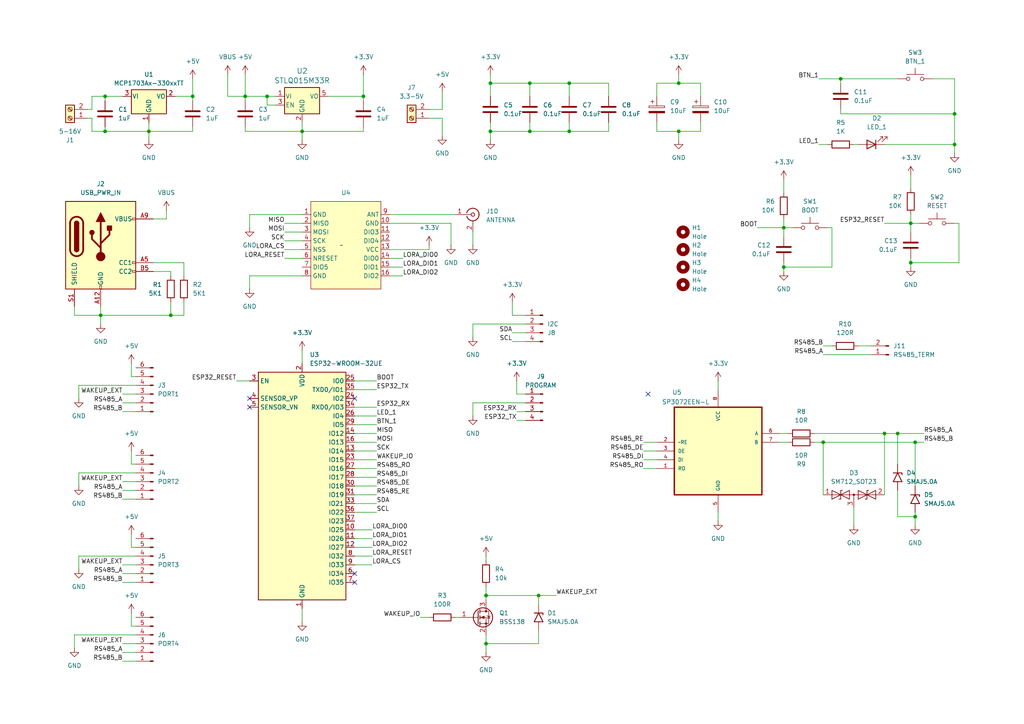
<source format=kicad_sch>
(kicad_sch (version 20250114) (generator "eeschema") (generator_version "9.0")
  (paper "A4")
  (title_block (title "Weather Station Controller Board") (date "2024-09-01") (rev "2.0.0") (company "Artichoke Technologies"))
  (junction (at 243.84 22.86))
  (junction (at 265.43 149.86))
  (junction (at 140.97 186.69))
  (junction (at 71.12 27.94))
  (junction (at 264.16 64.77))
  (junction (at 55.88 27.94))
  (junction (at 140.97 172.72))
  (junction (at 43.18 38.1))
  (junction (at 196.85 24.13))
  (junction (at 260.35 125.73))
  (junction (at 30.48 38.1))
  (junction (at 153.67 38.1))
  (junction (at 238.76 128.27))
  (junction (at 156.21 172.72))
  (junction (at 265.43 128.27))
  (junction (at 30.48 27.94))
  (junction (at 227.33 77.47))
  (junction (at 264.16 76.2))
  (junction (at 142.24 24.13))
  (junction (at 165.1 24.13))
  (junction (at 276.86 33.02))
  (junction (at 165.1 38.1))
  (junction (at 276.86 41.91))
  (junction (at 77.47 27.94))
  (junction (at 49.53 91.44))
  (junction (at 227.33 66.04))
  (junction (at 196.85 38.1))
  (junction (at 256.54 125.73))
  (junction (at 29.21 91.44))
  (junction (at 153.67 24.13))
  (junction (at 87.63 38.1))
  (junction (at 142.24 38.1))
  (junction (at 105.41 27.94))
  (no_connect (at 102.87 115.57))
  (no_connect (at 72.39 115.57))
  (no_connect (at 72.39 118.11))
  (no_connect (at 102.87 166.37))
  (no_connect (at 102.87 168.91))
  (no_connect (at 187.96 114.3))
  (wire (pts (xy 82.55 64.77) (xy 87.63 64.77)))
  (wire (pts (xy 156.21 182.88) (xy 156.21 186.69)))
  (wire (pts (xy 128.27 26.67) (xy 128.27 31.75)))
  (wire (pts (xy 165.1 24.13) (xy 176.53 24.13)))
  (wire (pts (xy 66.04 27.94) (xy 71.12 27.94)))
  (wire (pts (xy 35.56 114.3) (xy 39.37 114.3)))
  (wire (pts (xy 140.97 184.15) (xy 140.97 186.69)))
  (wire (pts (xy 49.53 78.74) (xy 49.53 80.01)))
  (wire (pts (xy 243.84 31.75) (xy 243.84 33.02)))
  (wire (pts (xy 38.1 177.8) (xy 38.1 181.61)))
  (wire (pts (xy 203.2 38.1) (xy 196.85 38.1)))
  (wire (pts (xy 102.87 110.49) (xy 109.22 110.49)))
  (wire (pts (xy 95.25 27.94) (xy 105.41 27.94)))
  (wire (pts (xy 140.97 172.72) (xy 156.21 172.72)))
  (wire (pts (xy 22.86 111.76) (xy 22.86 115.57)))
  (wire (pts (xy 105.41 27.94) (xy 105.41 29.21)))
  (wire (pts (xy 26.67 27.94) (xy 30.48 27.94)))
  (wire (pts (xy 137.16 116.84) (xy 137.16 120.65)))
  (wire (pts (xy 256.54 41.91) (xy 276.86 41.91)))
  (wire (pts (xy 165.1 24.13) (xy 165.1 27.94)))
  (wire (pts (xy 266.7 64.77) (xy 264.16 64.77)))
  (wire (pts (xy 264.16 64.77) (xy 264.16 67.31)))
  (wire (pts (xy 113.03 74.93) (xy 116.84 74.93)))
  (wire (pts (xy 256.54 125.73) (xy 256.54 143.51)))
  (wire (pts (xy 156.21 186.69) (xy 140.97 186.69)))
  (wire (pts (xy 22.86 137.16) (xy 22.86 140.97)))
  (wire (pts (xy 176.53 24.13) (xy 176.53 27.94)))
  (wire (pts (xy 260.35 125.73) (xy 267.97 125.73)))
  (wire (pts (xy 130.81 64.77) (xy 130.81 71.12)))
  (wire (pts (xy 77.47 30.48) (xy 77.47 27.94)))
  (wire (pts (xy 113.03 62.23) (xy 132.08 62.23)))
  (wire (pts (xy 30.48 27.94) (xy 35.56 27.94)))
  (wire (pts (xy 276.86 64.77) (xy 278.13 64.77)))
  (wire (pts (xy 124.46 71.12) (xy 124.46 72.39)))
  (wire (pts (xy 113.03 64.77) (xy 130.81 64.77)))
  (wire (pts (xy 113.03 72.39) (xy 124.46 72.39)))
  (wire (pts (xy 238.76 100.33) (xy 241.3 100.33)))
  (wire (pts (xy 82.55 69.85) (xy 87.63 69.85)))
  (wire (pts (xy 248.92 100.33) (xy 252.73 100.33)))
  (wire (pts (xy 35.56 191.77) (xy 39.37 191.77)))
  (wire (pts (xy 153.67 35.56) (xy 153.67 38.1)))
  (wire (pts (xy 44.45 63.5) (xy 48.26 63.5)))
  (wire (pts (xy 264.16 76.2) (xy 264.16 77.47)))
  (wire (pts (xy 140.97 172.72) (xy 140.97 173.99)))
  (wire (pts (xy 55.88 22.86) (xy 55.88 27.94)))
  (wire (pts (xy 39.37 111.76) (xy 22.86 111.76)))
  (wire (pts (xy 102.87 138.43) (xy 109.22 138.43)))
  (wire (pts (xy 132.08 179.07) (xy 133.35 179.07)))
  (wire (pts (xy 102.87 161.29) (xy 107.95 161.29)))
  (wire (pts (xy 186.69 133.35) (xy 190.5 133.35)))
  (wire (pts (xy 238.76 128.27) (xy 238.76 143.51)))
  (wire (pts (xy 71.12 36.83) (xy 71.12 38.1)))
  (wire (pts (xy 137.16 67.31) (xy 137.16 71.12)))
  (wire (pts (xy 226.06 125.73) (xy 228.6 125.73)))
  (wire (pts (xy 196.85 24.13) (xy 203.2 24.13)))
  (wire (pts (xy 87.63 62.23) (xy 72.39 62.23)))
  (wire (pts (xy 38.1 154.94) (xy 38.1 158.75)))
  (wire (pts (xy 30.48 38.1) (xy 43.18 38.1)))
  (wire (pts (xy 44.45 76.2) (xy 53.34 76.2)))
  (wire (pts (xy 276.86 33.02) (xy 276.86 41.91)))
  (wire (pts (xy 102.87 118.11) (xy 109.22 118.11)))
  (wire (pts (xy 29.21 91.44) (xy 29.21 93.98)))
  (wire (pts (xy 278.13 76.2) (xy 264.16 76.2)))
  (wire (pts (xy 186.69 135.89) (xy 190.5 135.89)))
  (wire (pts (xy 35.56 142.24) (xy 39.37 142.24)))
  (wire (pts (xy 142.24 38.1) (xy 142.24 40.64)))
  (wire (pts (xy 87.63 35.56) (xy 87.63 38.1)))
  (wire (pts (xy 276.86 22.86) (xy 276.86 33.02)))
  (wire (pts (xy 26.67 34.29) (xy 26.67 38.1)))
  (wire (pts (xy 226.06 128.27) (xy 228.6 128.27)))
  (wire (pts (xy 152.4 116.84) (xy 137.16 116.84)))
  (wire (pts (xy 227.33 66.04) (xy 227.33 68.58)))
  (wire (pts (xy 102.87 146.05) (xy 109.22 146.05)))
  (wire (pts (xy 113.03 77.47) (xy 116.84 77.47)))
  (wire (pts (xy 142.24 24.13) (xy 153.67 24.13)))
  (wire (pts (xy 237.49 41.91) (xy 240.03 41.91)))
  (wire (pts (xy 35.56 116.84) (xy 39.37 116.84)))
  (wire (pts (xy 30.48 27.94) (xy 30.48 29.21)))
  (wire (pts (xy 22.86 161.29) (xy 22.86 165.1)))
  (wire (pts (xy 49.53 91.44) (xy 53.34 91.44)))
  (wire (pts (xy 102.87 120.65) (xy 109.22 120.65)))
  (wire (pts (xy 264.16 64.77) (xy 256.54 64.77)))
  (wire (pts (xy 142.24 38.1) (xy 153.67 38.1)))
  (wire (pts (xy 49.53 87.63) (xy 49.53 91.44)))
  (wire (pts (xy 72.39 80.01) (xy 72.39 83.82)))
  (wire (pts (xy 186.69 130.81) (xy 190.5 130.81)))
  (wire (pts (xy 190.5 38.1) (xy 190.5 35.56)))
  (wire (pts (xy 87.63 101.6) (xy 87.63 105.41)))
  (wire (pts (xy 142.24 27.94) (xy 142.24 24.13)))
  (wire (pts (xy 35.56 119.38) (xy 39.37 119.38)))
  (wire (pts (xy 243.84 22.86) (xy 260.35 22.86)))
  (wire (pts (xy 260.35 149.86) (xy 265.43 149.86)))
  (wire (pts (xy 196.85 38.1) (xy 196.85 40.64)))
  (wire (pts (xy 241.3 77.47) (xy 227.33 77.47)))
  (wire (pts (xy 264.16 74.93) (xy 264.16 76.2)))
  (wire (pts (xy 53.34 76.2) (xy 53.34 80.01)))
  (wire (pts (xy 102.87 123.19) (xy 109.22 123.19)))
  (wire (pts (xy 48.26 63.5) (xy 48.26 60.96)))
  (wire (pts (xy 21.59 91.44) (xy 29.21 91.44)))
  (wire (pts (xy 265.43 128.27) (xy 265.43 140.97)))
  (wire (pts (xy 208.28 110.49) (xy 208.28 113.03)))
  (wire (pts (xy 71.12 27.94) (xy 77.47 27.94)))
  (wire (pts (xy 208.28 148.59) (xy 208.28 151.13)))
  (wire (pts (xy 247.65 147.32) (xy 247.65 152.4)))
  (wire (pts (xy 102.87 125.73) (xy 109.22 125.73)))
  (wire (pts (xy 124.46 34.29) (xy 128.27 34.29)))
  (wire (pts (xy 29.21 91.44) (xy 49.53 91.44)))
  (wire (pts (xy 26.67 31.75) (xy 26.67 27.94)))
  (wire (pts (xy 137.16 93.98) (xy 137.16 97.79)))
  (wire (pts (xy 21.59 88.9) (xy 21.59 91.44)))
  (wire (pts (xy 25.4 34.29) (xy 26.67 34.29)))
  (wire (pts (xy 264.16 50.8) (xy 264.16 54.61)))
  (wire (pts (xy 29.21 88.9) (xy 29.21 91.44)))
  (wire (pts (xy 190.5 24.13) (xy 196.85 24.13)))
  (wire (pts (xy 71.12 29.21) (xy 71.12 27.94)))
  (wire (pts (xy 227.33 66.04) (xy 219.71 66.04)))
  (wire (pts (xy 227.33 77.47) (xy 227.33 78.74)))
  (wire (pts (xy 55.88 36.83) (xy 55.88 38.1)))
  (wire (pts (xy 102.87 133.35) (xy 109.22 133.35)))
  (wire (pts (xy 142.24 38.1) (xy 142.24 35.56)))
  (wire (pts (xy 153.67 24.13) (xy 165.1 24.13)))
  (wire (pts (xy 39.37 137.16) (xy 22.86 137.16)))
  (wire (pts (xy 241.3 66.04) (xy 241.3 77.47)))
  (wire (pts (xy 102.87 148.59) (xy 109.22 148.59)))
  (wire (pts (xy 124.46 31.75) (xy 128.27 31.75)))
  (wire (pts (xy 102.87 140.97) (xy 109.22 140.97)))
  (wire (pts (xy 105.41 21.59) (xy 105.41 27.94)))
  (wire (pts (xy 227.33 66.04) (xy 227.33 63.5)))
  (wire (pts (xy 153.67 24.13) (xy 153.67 27.94)))
  (wire (pts (xy 148.59 87.63) (xy 148.59 91.44)))
  (wire (pts (xy 140.97 161.29) (xy 140.97 162.56)))
  (wire (pts (xy 38.1 181.61) (xy 39.37 181.61)))
  (wire (pts (xy 35.56 144.78) (xy 39.37 144.78)))
  (wire (pts (xy 55.88 27.94) (xy 55.88 29.21)))
  (wire (pts (xy 43.18 38.1) (xy 55.88 38.1)))
  (wire (pts (xy 265.43 149.86) (xy 265.43 152.4)))
  (wire (pts (xy 44.45 78.74) (xy 49.53 78.74)))
  (wire (pts (xy 25.4 31.75) (xy 26.67 31.75)))
  (wire (pts (xy 35.56 186.69) (xy 39.37 186.69)))
  (wire (pts (xy 35.56 139.7) (xy 39.37 139.7)))
  (wire (pts (xy 50.8 27.94) (xy 55.88 27.94)))
  (wire (pts (xy 128.27 34.29) (xy 128.27 39.37)))
  (wire (pts (xy 165.1 35.56) (xy 165.1 38.1)))
  (wire (pts (xy 148.59 96.52) (xy 152.4 96.52)))
  (wire (pts (xy 276.86 41.91) (xy 276.86 44.45)))
  (wire (pts (xy 260.35 125.73) (xy 260.35 134.62)))
  (wire (pts (xy 30.48 36.83) (xy 30.48 38.1)))
  (wire (pts (xy 43.18 38.1) (xy 43.18 40.64)))
  (wire (pts (xy 38.1 134.62) (xy 39.37 134.62)))
  (wire (pts (xy 102.87 143.51) (xy 109.22 143.51)))
  (wire (pts (xy 243.84 22.86) (xy 243.84 24.13)))
  (wire (pts (xy 196.85 21.59) (xy 196.85 24.13)))
  (wire (pts (xy 238.76 128.27) (xy 265.43 128.27)))
  (wire (pts (xy 39.37 184.15) (xy 21.59 184.15)))
  (wire (pts (xy 105.41 38.1) (xy 105.41 36.83)))
  (wire (pts (xy 102.87 113.03) (xy 109.22 113.03)))
  (wire (pts (xy 149.86 110.49) (xy 149.86 114.3)))
  (wire (pts (xy 156.21 172.72) (xy 156.21 175.26)))
  (wire (pts (xy 71.12 21.59) (xy 71.12 27.94)))
  (wire (pts (xy 102.87 163.83) (xy 107.95 163.83)))
  (wire (pts (xy 190.5 27.94) (xy 190.5 24.13)))
  (wire (pts (xy 186.69 128.27) (xy 190.5 128.27)))
  (wire (pts (xy 243.84 33.02) (xy 276.86 33.02)))
  (wire (pts (xy 35.56 163.83) (xy 39.37 163.83)))
  (wire (pts (xy 38.1 130.81) (xy 38.1 134.62)))
  (wire (pts (xy 236.22 128.27) (xy 238.76 128.27)))
  (wire (pts (xy 142.24 21.59) (xy 142.24 24.13)))
  (wire (pts (xy 87.63 176.53) (xy 87.63 180.34)))
  (wire (pts (xy 240.03 66.04) (xy 241.3 66.04)))
  (wire (pts (xy 203.2 24.13) (xy 203.2 27.94)))
  (wire (pts (xy 68.58 110.49) (xy 72.39 110.49)))
  (wire (pts (xy 148.59 99.06) (xy 152.4 99.06)))
  (wire (pts (xy 229.87 66.04) (xy 227.33 66.04)))
  (wire (pts (xy 152.4 119.38) (xy 149.86 119.38)))
  (wire (pts (xy 176.53 38.1) (xy 165.1 38.1)))
  (wire (pts (xy 113.03 80.01) (xy 116.84 80.01)))
  (wire (pts (xy 260.35 142.24) (xy 260.35 149.86)))
  (wire (pts (xy 71.12 38.1) (xy 87.63 38.1)))
  (wire (pts (xy 237.49 22.86) (xy 243.84 22.86)))
  (wire (pts (xy 38.1 158.75) (xy 39.37 158.75)))
  (wire (pts (xy 152.4 114.3) (xy 149.86 114.3)))
  (wire (pts (xy 38.1 109.22) (xy 39.37 109.22)))
  (wire (pts (xy 196.85 38.1) (xy 190.5 38.1)))
  (wire (pts (xy 227.33 52.07) (xy 227.33 55.88)))
  (wire (pts (xy 102.87 158.75) (xy 107.95 158.75)))
  (wire (pts (xy 72.39 62.23) (xy 72.39 66.04)))
  (wire (pts (xy 270.51 22.86) (xy 276.86 22.86)))
  (wire (pts (xy 77.47 27.94) (xy 80.01 27.94)))
  (wire (pts (xy 256.54 125.73) (xy 260.35 125.73)))
  (wire (pts (xy 43.18 38.1) (xy 43.18 35.56)))
  (wire (pts (xy 102.87 135.89) (xy 109.22 135.89)))
  (wire (pts (xy 152.4 91.44) (xy 148.59 91.44)))
  (wire (pts (xy 264.16 64.77) (xy 264.16 62.23)))
  (wire (pts (xy 203.2 35.56) (xy 203.2 38.1)))
  (wire (pts (xy 278.13 64.77) (xy 278.13 76.2)))
  (wire (pts (xy 121.92 179.07) (xy 124.46 179.07)))
  (wire (pts (xy 21.59 184.15) (xy 21.59 187.96)))
  (wire (pts (xy 152.4 121.92) (xy 149.86 121.92)))
  (wire (pts (xy 238.76 102.87) (xy 252.73 102.87)))
  (wire (pts (xy 176.53 35.56) (xy 176.53 38.1)))
  (wire (pts (xy 39.37 161.29) (xy 22.86 161.29)))
  (wire (pts (xy 152.4 93.98) (xy 137.16 93.98)))
  (wire (pts (xy 236.22 125.73) (xy 256.54 125.73)))
  (wire (pts (xy 82.55 72.39) (xy 87.63 72.39)))
  (wire (pts (xy 156.21 172.72) (xy 161.29 172.72)))
  (wire (pts (xy 66.04 21.59) (xy 66.04 27.94)))
  (wire (pts (xy 102.87 156.21) (xy 107.95 156.21)))
  (wire (pts (xy 82.55 67.31) (xy 87.63 67.31)))
  (wire (pts (xy 265.43 149.86) (xy 265.43 148.59)))
  (wire (pts (xy 87.63 38.1) (xy 105.41 38.1)))
  (wire (pts (xy 87.63 80.01) (xy 72.39 80.01)))
  (wire (pts (xy 102.87 128.27) (xy 109.22 128.27)))
  (wire (pts (xy 35.56 189.23) (xy 39.37 189.23)))
  (wire (pts (xy 87.63 40.64) (xy 87.63 38.1)))
  (wire (pts (xy 38.1 105.41) (xy 38.1 109.22)))
  (wire (pts (xy 247.65 41.91) (xy 248.92 41.91)))
  (wire (pts (xy 140.97 186.69) (xy 140.97 189.23)))
  (wire (pts (xy 35.56 166.37) (xy 39.37 166.37)))
  (wire (pts (xy 140.97 170.18) (xy 140.97 172.72)))
  (wire (pts (xy 35.56 168.91) (xy 39.37 168.91)))
  (wire (pts (xy 26.67 38.1) (xy 30.48 38.1)))
  (wire (pts (xy 53.34 91.44) (xy 53.34 87.63)))
  (wire (pts (xy 80.01 30.48) (xy 77.47 30.48)))
  (wire (pts (xy 102.87 130.81) (xy 109.22 130.81)))
  (wire (pts (xy 227.33 76.2) (xy 227.33 77.47)))
  (wire (pts (xy 102.87 153.67) (xy 107.95 153.67)))
  (wire (pts (xy 153.67 38.1) (xy 165.1 38.1)))
  (wire (pts (xy 265.43 128.27) (xy 267.97 128.27)))
  (wire (pts (xy 82.55 74.93) (xy 87.63 74.93)))
  (label "RS485_B" (at 35.56 119.38 180))
  (label "SCL" (at 109.22 148.59 0))
  (label "RS485_RE" (at 109.22 143.51 0))
  (label "LED_1" (at 109.22 120.65 0))
  (label "RS485_A" (at 35.56 189.23 180))
  (label "RS485_DE" (at 186.69 130.81 180))
  (label "RS485_B" (at 35.56 168.91 180))
  (label "LED_1" (at 237.49 41.91 180))
  (label "BTN_1" (at 109.22 123.19 0))
  (label "MISO" (at 82.55 64.77 180))
  (label "LORA_CS" (at 82.55 72.39 180))
  (label "WAKEUP_EXT" (at 161.29 172.72 0))
  (label "LORA_DIO1" (at 107.95 156.21 0))
  (label "RS485_A" (at 238.76 102.87 180))
  (label "RS485_A" (at 35.56 166.37 180))
  (label "ESP32_RESET" (at 68.58 110.49 180))
  (label "SCK" (at 82.55 69.85 180))
  (label "RS485_RO" (at 186.69 135.89 180))
  (label "LORA_RESET" (at 82.55 74.93 180))
  (label "RS485_A" (at 35.56 116.84 180))
  (label "LORA_DIO2" (at 116.84 80.01 0))
  (label "BTN_1" (at 237.49 22.86 180))
  (label "WAKEUP_EXT" (at 35.56 139.7 180))
  (label "RS485_A" (at 267.97 125.73 0))
  (label "RS485_DI" (at 186.69 133.35 180))
  (label "BOOT" (at 109.22 110.49 0))
  (label "RS485_RE" (at 186.69 128.27 180))
  (label "LORA_RESET" (at 107.95 161.29 0))
  (label "WAKEUP_EXT" (at 35.56 163.83 180))
  (label "LORA_DIO2" (at 107.95 158.75 0))
  (label "RS485_DE" (at 109.22 140.97 0))
  (label "SCL" (at 148.59 99.06 180))
  (label "WAKEUP_EXT" (at 35.56 186.69 180))
  (label "LORA_DIO1" (at 116.84 77.47 0))
  (label "BOOT" (at 219.71 66.04 180))
  (label "RS485_DI" (at 109.22 138.43 0))
  (label "LORA_DIO0" (at 116.84 74.93 0))
  (label "SDA" (at 148.59 96.52 180))
  (label "LORA_DIO0" (at 107.95 153.67 0))
  (label "ESP32_TX" (at 149.86 121.92 180))
  (label "ESP32_TX" (at 109.22 113.03 0))
  (label "SCK" (at 109.22 130.81 0))
  (label "ESP32_RESET" (at 256.54 64.77 180))
  (label "WAKEUP_EXT" (at 35.56 114.3 180))
  (label "ESP32_RX" (at 149.86 119.38 180))
  (label "SDA" (at 109.22 146.05 0))
  (label "RS485_B" (at 35.56 191.77 180))
  (label "RS485_B" (at 35.56 144.78 180))
  (label "WAKEUP_IO" (at 109.22 133.35 0))
  (label "RS485_B" (at 267.97 128.27 0))
  (label "LORA_CS" (at 107.95 163.83 0))
  (label "RS485_B" (at 238.76 100.33 180))
  (label "WAKEUP_IO" (at 121.92 179.07 180))
  (label "RS485_A" (at 35.56 142.24 180))
  (label "MISO" (at 109.22 125.73 0))
  (label "MOSI" (at 82.55 67.31 180))
  (label "MOSI" (at 109.22 128.27 0))
  (label "RS485_RO" (at 109.22 135.89 0))
  (label "ESP32_RX" (at 109.22 118.11 0))
  (symbol (lib_id "Connector:Conn_01x06_Pin") (at 44.45 163.83 180) (unit 1)
    (property "Reference" "J5" (at 45.72 161.2899 0) (effects (justify right)))
    (property "Value" "PORT3" (at 45.72 163.8299 0) (effects (justify right)))
    (property "Footprint" "Connector_Molex:Molex_KK-254_AE-6410-06A_1x06_P2.54mm_Vertical" (effects (hide yes)))
    (property "Description" "Generic connector, single row, 01x06, script generated" (effects (hide yes)))
  )
  (symbol (lib_id "power:+3.3V") (at 227.33 52.07 0) (mirror y) (unit 1)
    (property "Reference" "#PWR038" (effects (hide yes)))
    (property "Value" "+3.3V" (at 227.33 46.99 0))
    (property "Description" "Power symbol creates a global label with name \"+3.3V\"" (effects (hide yes)))
  )
  (symbol (lib_id "Mechanical:MountingHole") (at 198.12 72.39 0) (unit 1) (in_bom no)
    (property "Reference" "H2" (at 200.66 71.1199 0) (effects (justify left)))
    (property "Value" "Hole" (at 200.66 73.6599 0) (effects (justify left)))
    (property "Footprint" "MountingHole:MountingHole_3.5mm" (effects (hide yes)))
    (property "Description" "Mounting Hole without connection" (effects (hide yes)))
  )
  (symbol (lib_id "power:VBUS") (at 66.04 21.59 0) (unit 1)
    (property "Reference" "#PWR013" (effects (hide yes)))
    (property "Value" "VBUS" (at 66.04 16.51 0))
    (property "Description" "Power symbol creates a global label with name \"VBUS\"" (effects (hide yes)))
  )
  (symbol (lib_id "power:GND") (at 130.81 71.12 0) (unit 1)
    (property "Reference" "#PWR034" (effects (hide yes)))
    (property "Value" "GND" (at 130.81 76.2 0))
  )
  (symbol (lib_id "Diode:SMAJ5.0A") (at 260.35 138.43 270) (unit 1)
    (property "Reference" "D4" (at 262.89 137.1599 90) (effects (justify left)))
    (property "Value" "SMAJ5.0A" (at 262.89 139.6999 90) (effects (justify left)))
    (property "Footprint" "Diode_SMD:D_SMA" (effects (hide yes)))
    (property "Datasheet" "https://www.littelfuse.com/media?resourcetype=datasheets&itemid=75e32973-b177-4ee3-a0ff-cedaf1abdb93&filename=smaj-datasheet" (effects (hide yes)))
    (property "Description" "400W unidirectional Transient Voltage Suppressor, 5.0Vr, SMA(DO-214AC)" (effects (hide yes)))
  )
  (symbol (lib_id "Diode:SMAJ5.0A") (at 156.21 179.07 270) (unit 1)
    (property "Reference" "D1" (at 158.75 177.7999 90) (effects (justify left)))
    (property "Value" "SMAJ5.0A" (at 158.75 180.3399 90) (effects (justify left)))
    (property "Footprint" "Diode_SMD:D_SMA" (effects (hide yes)))
    (property "Datasheet" "https://www.littelfuse.com/media?resourcetype=datasheets&itemid=75e32973-b177-4ee3-a0ff-cedaf1abdb93&filename=smaj-datasheet" (effects (hide yes)))
    (property "Description" "400W unidirectional Transient Voltage Suppressor, 5.0Vr, SMA(DO-214AC)" (effects (hide yes)))
  )
  (symbol (lib_id "power:+5V") (at 38.1 177.8 0) (unit 1)
    (property "Reference" "#PWR09" (effects (hide yes)))
    (property "Value" "+5V" (at 38.1 172.72 0))
    (property "Description" "Power symbol creates a global label with name \"+5V\"" (effects (hide yes)))
  )
  (symbol (lib_id "power:GND") (at 22.86 165.1 0) (unit 1)
    (property "Reference" "#PWR03" (effects (hide yes)))
    (property "Value" "GND" (at 22.86 170.18 0))
    (property "Description" "Power symbol creates a global label with name \"GND\" , ground" (effects (hide yes)))
  )
  (symbol (lib_id "power:+3.3V") (at 264.16 50.8 0) (mirror y) (unit 1)
    (property "Reference" "#PWR040" (effects (hide yes)))
    (property "Value" "+3.3V" (at 264.16 45.72 0))
    (property "Description" "Power symbol creates a global label with name \"+3.3V\"" (effects (hide yes)))
  )
  (symbol (lib_id "SP3072EEN-L:SP3072EEN-L") (at 208.28 128.27 0) (unit 1)
    (property "Reference" "U5" (at 196.342 113.792 0))
    (property "Value" "SP3072EEN-L" (at 198.882 116.586 0))
    (property "Footprint" "Package_SO:SOIC-8_3.9x4.9mm_P1.27mm" (effects (hide yes)))
    (property "MF" "MaxLinear, Inc." (effects (hide yes)))
    (property "Description_1" "TRANSCEIVER RS-485 3V, SMD, 3072; Device Type:Differential; Interface Type:RS422, RS485; No. of Drivers:1; Supply Voltage Range:3V to 3.6V; Driver Case Style:SOIC; No. of Pins:8; Operating Temperature Range:-40°C to +85°C; Base Number:3072; Data Rate:250Kbps; Data Rate:250Kbps; IC Generic Number:3072; Interface:RS422, RS485; Interface Type:RS485; Line / Bus Driver / Receiver / Transceiver Type:Transceiver; Logic Function Number:3072; No. of Channels:1; No. of Receivers:1; No. of Transceivers:1; Operating Temperature Max:85°C; Operating Temperature Min:-40°C; Package / Case:NSOIC; Power Dissipation Pd:471mW; Power Dissipation Pd:471mW; Supply Current:0.8mA; Supply Voltage:3.3V; Supply Voltage Max:3.6V; Supply Voltage Min:3V; Termination Type:SMD; Voltage Vcc:6V" (effects (hide yes)))
    (property "PACKAGE" "SOIC-8" (effects (hide yes)))
    (property "MPN" "SP3072EEN-L" (effects (hide yes)))
    (property "Price" "None" (effects (hide yes)))
    (property "Package" "SOIC-8 Exar" (effects (hide yes)))
    (property "OC_FARNELL" "9386670" (effects (hide yes)))
    (property "SnapEDA_Link" "https://www.snapeda.com/parts/SP3072EEN-L/MaxLinear/view-part/?ref=snap" (effects (hide yes)))
    (property "MP" "SP3072EEN-L" (effects (hide yes)))
    (property "SUPPLIER" "Exar" (effects (hide yes)))
    (property "OC_NEWARK" "24R0134" (effects (hide yes)))
    (property "Availability" "In Stock" (effects (hide yes)))
    (property "Check_prices" "https://www.snapeda.com/parts/SP3072EEN-L/MaxLinear/view-part/?ref=eda" (effects (hide yes)))
  )
  (symbol (lib_id "Device:C") (at 30.48 33.02 0) (unit 1)
    (property "Reference" "C1" (at 34.29 31.7499 0) (effects (justify left)))
    (property "Value" "1uF" (at 34.29 34.2899 0) (effects (justify left)))
    (property "Footprint" "Capacitor_THT:C_Disc_D4.7mm_W2.5mm_P5.00mm" (effects (hide yes)))
    (property "Description" "Unpolarized capacitor" (effects (hide yes)))
  )
  (symbol (lib_id "power:GND") (at 87.63 180.34 0) (unit 1)
    (property "Reference" "#PWR019" (effects (hide yes)))
    (property "Value" "GND" (at 87.63 185.42 0))
    (property "Description" "Power symbol creates a global label with name \"GND\" , ground" (effects (hide yes)))
  )
  (symbol (lib_id "power:+3.3V") (at 148.59 87.63 0) (unit 1)
    (property "Reference" "#PWR028" (effects (hide yes)))
    (property "Value" "+3.3V" (at 148.59 82.55 0))
    (property "Description" "Power symbol creates a global label with name \"+3.3V\"" (effects (hide yes)))
  )
  (symbol (lib_id "power:+3.3V") (at 124.46 71.12 0) (unit 1)
    (property "Reference" "#PWR031" (effects (hide yes)))
    (property "Value" "+3.3V" (at 124.46 66.04 0))
  )
  (symbol (lib_id "Device:C") (at 165.1 31.75 0) (unit 1)
    (property "Reference" "C7" (at 168.91 30.4799 0) (effects (justify left)))
    (property "Value" "0.1uF" (at 168.91 33.0199 0) (effects (justify left)))
    (property "Footprint" "Capacitor_THT:C_Disc_D4.7mm_W2.5mm_P5.00mm" (effects (hide yes)))
    (property "Description" "Unpolarized capacitor" (effects (hide yes)))
  )
  (symbol (lib_id "Device:R") (at 243.84 41.91 90) (unit 1)
    (property "Reference" "R5" (at 243.84 35.56 90))
    (property "Value" "1K" (at 243.84 38.1 90))
    (property "Footprint" "Resistor_THT:R_Axial_DIN0207_L6.3mm_D2.5mm_P10.16mm_Horizontal" (effects (hide yes)))
    (property "Description" "Resistor" (effects (hide yes)))
  )
  (symbol (lib_id "power:GND") (at 265.43 152.4 0) (unit 1)
    (property "Reference" "#PWR044" (effects (hide yes)))
    (property "Value" "GND" (at 265.43 157.48 0))
    (property "Description" "Power symbol creates a global label with name \"GND\" , ground" (effects (hide yes)))
  )
  (symbol (lib_id "Connector:Screw_Terminal_01x02") (at 20.32 34.29 180) (unit 1)
    (property "Reference" "J1" (at 20.32 40.64 0))
    (property "Value" "5-16V" (at 20.32 38.1 0))
    (property "Footprint" "TerminalBlock:TerminalBlock_bornier-2_P5.08mm" (effects (hide yes)))
    (property "Description" "Generic screw terminal, single row, 01x02, script generated (kicad-library-utils/schlib/autogen/connector/)" (effects (hide yes)))
  )
  (symbol (lib_id "Device:R") (at 227.33 59.69 0) (mirror y) (unit 1)
    (property "Reference" "R6" (at 224.79 58.4199 0) (effects (justify left)))
    (property "Value" "10K" (at 224.79 60.9599 0) (effects (justify left)))
    (property "Footprint" "Resistor_THT:R_Axial_DIN0207_L6.3mm_D2.5mm_P10.16mm_Horizontal" (effects (hide yes)))
    (property "Description" "Resistor" (effects (hide yes)))
  )
  (symbol (lib_id "power:GND") (at 43.18 40.64 0) (unit 1)
    (property "Reference" "#PWR010" (effects (hide yes)))
    (property "Value" "GND" (at 43.18 45.72 0))
    (property "Description" "Power symbol creates a global label with name \"GND\" , ground" (effects (hide yes)))
  )
  (symbol (lib_id "Device:C") (at 176.53 31.75 0) (unit 1)
    (property "Reference" "C8" (at 180.34 30.4799 0) (effects (justify left)))
    (property "Value" "0.1uF" (at 180.34 33.0199 0) (effects (justify left)))
    (property "Footprint" "Capacitor_THT:C_Disc_D4.7mm_W2.5mm_P5.00mm" (effects (hide yes)))
    (property "Description" "Unpolarized capacitor" (effects (hide yes)))
  )
  (symbol (lib_id "Device:C") (at 105.41 33.02 0) (unit 1)
    (property "Reference" "C4" (at 109.22 31.7499 0) (effects (justify left)))
    (property "Value" "1uF" (at 109.22 34.2899 0) (effects (justify left)))
    (property "Footprint" "Capacitor_THT:C_Disc_D4.7mm_W2.5mm_P5.00mm" (effects (hide yes)))
    (property "Description" "Unpolarized capacitor" (effects (hide yes)))
  )
  (symbol (lib_id "Device:LED") (at 252.73 41.91 180) (unit 1)
    (property "Reference" "D2" (at 254.3175 34.29 0))
    (property "Value" "LED_1" (at 254.3175 36.83 0))
    (property "Footprint" "LED_THT:LED_D3.0mm_Horizontal_O3.81mm_Z2.0mm" (effects (hide yes)))
    (property "Description" "Light emitting diode" (effects (hide yes)))
  )
  (symbol (lib_id "power:+3.3V") (at 196.85 21.59 0) (unit 1)
    (property "Reference" "#PWR032" (effects (hide yes)))
    (property "Value" "+3.3V" (at 196.85 16.51 0))
    (property "Description" "Power symbol creates a global label with name \"+3.3V\"" (effects (hide yes)))
  )
  (symbol (lib_id "power:GND") (at 29.21 93.98 0) (unit 1)
    (property "Reference" "#PWR05" (effects (hide yes)))
    (property "Value" "GND" (at 29.21 99.06 0))
    (property "Description" "Power symbol creates a global label with name \"GND\" , ground" (effects (hide yes)))
  )
  (symbol (lib_id "Device:R") (at 128.27 179.07 270) (unit 1)
    (property "Reference" "R3" (at 128.27 172.72 90))
    (property "Value" "100R" (at 128.27 175.26 90))
    (property "Footprint" "Resistor_THT:R_Axial_DIN0207_L6.3mm_D2.5mm_P10.16mm_Horizontal" (effects (hide yes)))
    (property "Description" "Resistor" (effects (hide yes)))
  )
  (symbol (lib_id "power:+5V") (at 128.27 26.67 0) (unit 1)
    (property "Reference" "#PWR014" (effects (hide yes)))
    (property "Value" "+5V" (at 128.27 21.59 0))
    (property "Description" "Power symbol creates a global label with name \"+5V\"" (effects (hide yes)))
  )
  (symbol (lib_id "Mechanical:MountingHole") (at 198.12 82.55 0) (unit 1) (in_bom no)
    (property "Reference" "H4" (at 200.66 81.2799 0) (effects (justify left)))
    (property "Value" "Hole" (at 200.66 83.8199 0) (effects (justify left)))
    (property "Footprint" "MountingHole:MountingHole_3.5mm" (effects (hide yes)))
    (property "Description" "Mounting Hole without connection" (effects (hide yes)))
  )
  (symbol (lib_id "power:GND") (at 72.39 66.04 0) (unit 1)
    (property "Reference" "#PWR023" (effects (hide yes)))
    (property "Value" "GND" (at 72.39 71.12 0))
  )
  (symbol (lib_id "Device:C") (at 153.67 31.75 0) (unit 1)
    (property "Reference" "C6" (at 157.48 30.4799 0) (effects (justify left)))
    (property "Value" "0.1uF" (at 157.48 33.0199 0) (effects (justify left)))
    (property "Footprint" "Capacitor_THT:C_Disc_D4.7mm_W2.5mm_P5.00mm" (effects (hide yes)))
    (property "Description" "Unpolarized capacitor" (effects (hide yes)))
  )
  (symbol (lib_id "Device:C") (at 71.12 33.02 0) (unit 1)
    (property "Reference" "C3" (at 74.93 31.7499 0) (effects (justify left)))
    (property "Value" "1uF" (at 74.93 34.2899 0) (effects (justify left)))
    (property "Footprint" "Capacitor_THT:C_Disc_D4.7mm_W2.5mm_P5.00mm" (effects (hide yes)))
    (property "Description" "Unpolarized capacitor" (effects (hide yes)))
  )
  (symbol (lib_id "Switch:SW_Push") (at 271.78 64.77 0) (mirror y) (unit 1)
    (property "Reference" "SW2" (at 271.78 57.15 0))
    (property "Value" "RESET" (at 271.78 59.69 0))
    (property "Footprint" "push_switch_90deg:SW_1-1825027-1" (effects (hide yes)))
    (property "Description" "Push button switch, generic, two pins" (effects (hide yes)))
  )
  (symbol (lib_id "Mechanical:MountingHole") (at 198.12 67.31 0) (unit 1) (in_bom no)
    (property "Reference" "H1" (at 200.66 66.0399 0) (effects (justify left)))
    (property "Value" "Hole" (at 200.66 68.5799 0) (effects (justify left)))
    (property "Footprint" "MountingHole:MountingHole_3.5mm" (effects (hide yes)))
    (property "Description" "Mounting Hole without connection" (effects (hide yes)))
  )
  (symbol (lib_id "power:GND") (at 137.16 71.12 0) (unit 1)
    (property "Reference" "#PWR035" (effects (hide yes)))
    (property "Value" "GND" (at 137.16 76.2 0))
  )
  (symbol (lib_id "power:+5V") (at 71.12 21.59 0) (unit 1)
    (property "Reference" "#PWR016" (effects (hide yes)))
    (property "Value" "+5V" (at 71.12 16.51 0))
    (property "Description" "Power symbol creates a global label with name \"+5V\"" (effects (hide yes)))
  )
  (symbol (lib_id "power:VBUS") (at 48.26 60.96 0) (unit 1)
    (property "Reference" "#PWR011" (effects (hide yes)))
    (property "Value" "VBUS" (at 48.26 55.88 0))
    (property "Description" "Power symbol creates a global label with name \"VBUS\"" (effects (hide yes)))
  )
  (symbol (lib_id "power:GND") (at 227.33 78.74 0) (mirror y) (unit 1)
    (property "Reference" "#PWR039" (effects (hide yes)))
    (property "Value" "GND" (at 227.33 83.82 0))
    (property "Description" "Power symbol creates a global label with name \"GND\" , ground" (effects (hide yes)))
  )
  (symbol (lib_id "Device:R") (at 232.41 128.27 90) (unit 1)
    (property "Reference" "R9" (at 232.41 134.62 90))
    (property "Value" "10R" (at 232.41 132.08 90))
    (property "Footprint" "Resistor_THT:R_Axial_DIN0207_L6.3mm_D2.5mm_P10.16mm_Horizontal" (effects (hide yes)))
    (property "Description" "Resistor" (effects (hide yes)))
  )
  (symbol (lib_id "STLQ015M33R:STLQ015M33R") (at 87.63 29.21 0) (unit 1)
    (property "Reference" "U2" (at 87.63 20.574 0) (effects (font (size 1.524 1.524))))
    (property "Value" "STLQ015M33R" (at 87.63 23.368 0) (effects (font (size 1.524 1.524))))
    (property "Footprint" "Package_TO_SOT_SMD:SOT-23-5_HandSoldering" (effects (hide yes)))
    (property "Datasheet" "STLQ015M33R" (effects (hide yes)))
  )
  (symbol (lib_id "power:GND") (at 21.59 187.96 0) (unit 1)
    (property "Reference" "#PWR04" (effects (hide yes)))
    (property "Value" "GND" (at 21.59 193.04 0))
    (property "Description" "Power symbol creates a global label with name \"GND\" , ground" (effects (hide yes)))
  )
  (symbol (lib_id "power:+3.3V") (at 208.28 110.49 0) (unit 1)
    (property "Reference" "#PWR036" (effects (hide yes)))
    (property "Value" "+3.3V" (at 208.28 105.41 0))
    (property "Description" "Power symbol creates a global label with name \"+3.3V\"" (effects (hide yes)))
  )
  (symbol (lib_id "Diode:SM712_SOT23") (at 247.65 143.51 0) (unit 1)
    (property "Reference" "D3" (at 247.65 137.16 0))
    (property "Value" "SM712_SOT23" (at 247.65 139.7 0))
    (property "Footprint" "Package_TO_SOT_SMD:SOT-23" (effects (hide yes)))
    (property "Datasheet" "https://www.littelfuse.com/~/media/electronics/datasheets/tvs_diode_arrays/littelfuse_tvs_diode_array_sm712_datasheet.pdf.pdf" (effects (hide yes)))
    (property "Description" "7V/12V, 600W Asymmetrical TVS Diode Array, SOT-23" (effects (hide yes)))
  )
  (symbol (lib_id "Device:R") (at 264.16 58.42 0) (mirror y) (unit 1)
    (property "Reference" "R7" (at 261.62 57.1499 0) (effects (justify left)))
    (property "Value" "10K" (at 261.62 59.6899 0) (effects (justify left)))
    (property "Footprint" "Resistor_THT:R_Axial_DIN0207_L6.3mm_D2.5mm_P10.16mm_Horizontal" (effects (hide yes)))
    (property "Description" "Resistor" (effects (hide yes)))
  )
  (symbol (lib_id "power:+5V") (at 38.1 105.41 0) (unit 1)
    (property "Reference" "#PWR06" (effects (hide yes)))
    (property "Value" "+5V" (at 38.1 100.33 0))
    (property "Description" "Power symbol creates a global label with name \"+5V\"" (effects (hide yes)))
  )
  (symbol (lib_id "power:GND") (at 22.86 115.57 0) (unit 1)
    (property "Reference" "#PWR01" (effects (hide yes)))
    (property "Value" "GND" (at 22.86 120.65 0))
    (property "Description" "Power symbol creates a global label with name \"GND\" , ground" (effects (hide yes)))
  )
  (symbol (lib_id "Device:C_Polarized") (at 203.2 31.75 0) (unit 1)
    (property "Reference" "C10" (at 207.01 29.5909 0) (effects (justify left)))
    (property "Value" "10uF" (at 207.01 32.1309 0) (effects (justify left)))
    (property "Footprint" "Capacitor_THT:CP_Radial_D5.0mm_P2.50mm" (effects (hide yes)))
    (property "Description" "Polarized capacitor" (effects (hide yes)))
  )
  (symbol (lib_id "RF_Module:ESP32-WROOM-32UE") (at 87.63 140.97 0) (unit 1)
    (property "Reference" "U3" (at 89.8241 102.87 0) (effects (justify left)))
    (property "Value" "ESP32-WROOM-32UE" (at 89.8241 105.41 0) (effects (justify left)))
    (property "Footprint" "RF_Module:ESP32-WROOM-32UE" (effects (hide yes)))
    (property "Datasheet" "https://www.espressif.com/sites/default/files/documentation/esp32-wroom-32e_esp32-wroom-32ue_datasheet_en.pdf" (effects (hide yes)))
    (property "Description" "RF Module, ESP32-D0WD-V3 SoC, without PSRAM, Wi-Fi 802.11b/g/n, Bluetooth, BLE, 32-bit, 2.7-3.6V, external antenna, SMD" (effects (hide yes)))
  )
  (symbol (lib_id "power:GND") (at 22.86 140.97 0) (unit 1)
    (property "Reference" "#PWR02" (effects (hide yes)))
    (property "Value" "GND" (at 22.86 146.05 0))
    (property "Description" "Power symbol creates a global label with name \"GND\" , ground" (effects (hide yes)))
  )
  (symbol (lib_id "power:GND") (at 137.16 97.79 0) (unit 1)
    (property "Reference" "#PWR029" (effects (hide yes)))
    (property "Value" "GND" (at 137.16 102.87 0))
    (property "Description" "Power symbol creates a global label with name \"GND\" , ground" (effects (hide yes)))
  )
  (symbol (lib_id "Connector:Screw_Terminal_01x02") (at 119.38 34.29 180) (unit 1)
    (property "Reference" "J7" (at 119.38 25.4 0))
    (property "Value" "3.3-5V" (at 119.38 27.94 0))
    (property "Footprint" "TerminalBlock:TerminalBlock_bornier-2_P5.08mm" (effects (hide yes)))
    (property "Description" "Generic screw terminal, single row, 01x02, script generated (kicad-library-utils/schlib/autogen/connector/)" (effects (hide yes)))
  )
  (symbol (lib_id "Device:R") (at 140.97 166.37 0) (unit 1)
    (property "Reference" "R4" (at 143.51 165.0999 0) (effects (justify left)))
    (property "Value" "10k" (at 143.51 167.6399 0) (effects (justify left)))
    (property "Footprint" "Resistor_THT:R_Axial_DIN0207_L6.3mm_D2.5mm_P10.16mm_Horizontal" (effects (hide yes)))
    (property "Description" "Resistor" (effects (hide yes)))
  )
  (symbol (lib_id "Transistor_FET:BSS138") (at 138.43 179.07 0) (unit 1)
    (property "Reference" "Q1" (at 144.78 177.7999 0) (effects (justify left)))
    (property "Value" "BSS138" (at 144.78 180.3399 0) (effects (justify left)))
    (property "Footprint" "Package_TO_SOT_SMD:SOT-23" (effects (hide yes)))
    (property "Datasheet" "https://www.onsemi.com/pub/Collateral/BSS138-D.PDF" (effects (hide yes)))
    (property "Description" "50V Vds, 0.22A Id, N-Channel MOSFET, SOT-23" (effects (hide yes)))
  )
  (symbol (lib_id "Connector:Conn_01x02_Pin") (at 257.81 102.87 180) (unit 1)
    (property "Reference" "J11" (at 259.08 100.3299 0) (effects (justify right)))
    (property "Value" "RS485_TERM" (at 259.08 102.8699 0) (effects (justify right)))
    (property "Footprint" "Connector_PinHeader_2.54mm:PinHeader_1x02_P2.54mm_Horizontal" (effects (hide yes)))
    (property "Description" "Generic connector, single row, 01x02, script generated" (effects (hide yes)))
  )
  (symbol (lib_id "power:+5V") (at 38.1 154.94 0) (unit 1)
    (property "Reference" "#PWR08" (effects (hide yes)))
    (property "Value" "+5V" (at 38.1 149.86 0))
    (property "Description" "Power symbol creates a global label with name \"+5V\"" (effects (hide yes)))
  )
  (symbol (lib_id "Device:C") (at 142.24 31.75 0) (unit 1)
    (property "Reference" "C5" (at 146.05 30.4799 0) (effects (justify left)))
    (property "Value" "0.1uF" (at 146.05 33.0199 0) (effects (justify left)))
    (property "Footprint" "Capacitor_THT:C_Disc_D4.7mm_W2.5mm_P5.00mm" (effects (hide yes)))
    (property "Description" "Unpolarized capacitor" (effects (hide yes)))
  )
  (symbol (lib_id "Connector:Conn_Coaxial") (at 137.16 62.23 0) (unit 1)
    (property "Reference" "J10" (at 140.97 61.2532 0) (effects (justify left)))
    (property "Value" "ANTENNA" (at 140.97 63.7932 0) (effects (justify left)))
    (property "Footprint" "Connector_Coaxial:SMA_Amphenol_901-143_Horizontal" (effects (hide yes)))
    (property "Datasheet" " ~" (effects (hide yes)))
  )
  (symbol (lib_id "power:+3.3V") (at 87.63 101.6 0) (unit 1)
    (property "Reference" "#PWR018" (effects (hide yes)))
    (property "Value" "+3.3V" (at 87.63 96.52 0))
    (property "Description" "Power symbol creates a global label with name \"+3.3V\"" (effects (hide yes)))
  )
  (symbol (lib_id "Connector:USB_C_Receptacle_PowerOnly_6P") (at 29.21 71.12 0) (unit 1)
    (property "Reference" "J2" (at 29.21 53.34 0))
    (property "Value" "USB_PWR_IN" (at 29.21 55.88 0))
    (property "Footprint" "Connector_USB:USB_C_Receptacle_GCT_USB4125-xx-x-0190_6P_TopMnt_Horizontal" (effects (hide yes)))
    (property "Datasheet" "https://www.usb.org/sites/default/files/documents/usb_type-c.zip" (effects (hide yes)))
    (property "Description" "USB Power-Only 6P Type-C Receptacle connector" (effects (hide yes)))
  )
  (symbol (lib_id "Connector:Conn_01x04_Pin") (at 157.48 116.84 0) (mirror y) (unit 1)
    (property "Reference" "J9" (at 156.845 109.22 0))
    (property "Value" "PROGRAM" (at 156.845 111.76 0))
    (property "Footprint" "Connector_PinHeader_2.54mm:PinHeader_1x04_P2.54mm_Vertical" (effects (hide yes)))
    (property "Description" "Generic connector, single row, 01x04, script generated" (effects (hide yes)))
  )
  (symbol (lib_id "power:GND") (at 276.86 44.45 0) (unit 1)
    (property "Reference" "#PWR042" (effects (hide yes)))
    (property "Value" "GND" (at 276.86 49.53 0))
    (property "Description" "Power symbol creates a global label with name \"GND\" , ground" (effects (hide yes)))
  )
  (symbol (lib_id "power:GND") (at 264.16 77.47 0) (mirror y) (unit 1)
    (property "Reference" "#PWR041" (effects (hide yes)))
    (property "Value" "GND" (at 264.16 82.55 0))
    (property "Description" "Power symbol creates a global label with name \"GND\" , ground" (effects (hide yes)))
  )
  (symbol (lib_id "Device:C") (at 264.16 71.12 0) (mirror y) (unit 1)
    (property "Reference" "C13" (at 260.35 69.8499 0) (effects (justify left)))
    (property "Value" "0.1uF" (at 260.35 72.3899 0) (effects (justify left)))
    (property "Footprint" "Capacitor_THT:C_Disc_D4.7mm_W2.5mm_P5.00mm" (effects (hide yes)))
    (property "Description" "Unpolarized capacitor" (effects (hide yes)))
  )
  (symbol (lib_id "power:+3.3V") (at 149.86 110.49 0) (mirror y) (unit 1)
    (property "Reference" "#PWR030" (effects (hide yes)))
    (property "Value" "+3.3V" (at 149.86 105.41 0))
    (property "Description" "Power symbol creates a global label with name \"+3.3V\"" (effects (hide yes)))
  )
  (symbol (lib_id "Connector:Conn_01x06_Pin") (at 44.45 114.3 180) (unit 1)
    (property "Reference" "J3" (at 45.72 111.7599 0) (effects (justify right)))
    (property "Value" "PORT1" (at 45.72 114.2999 0) (effects (justify right)))
    (property "Footprint" "Connector_Molex:Molex_KK-254_AE-6410-06A_1x06_P2.54mm_Vertical" (effects (hide yes)))
    (property "Description" "Generic connector, single row, 01x06, script generated" (effects (hide yes)))
  )
  (symbol (lib_id "Connector:Conn_01x04_Pin") (at 157.48 93.98 0) (mirror y) (unit 1)
    (property "Reference" "J8" (at 158.75 96.5201 0) (effects (justify right)))
    (property "Value" "I2C" (at 158.75 93.9801 0) (effects (justify right)))
    (property "Footprint" "Connector_PinHeader_2.54mm:PinHeader_1x04_P2.54mm_Vertical" (effects (hide yes)))
    (property "Description" "Generic connector, single row, 01x04, script generated" (effects (hide yes)))
  )
  (symbol (lib_id "Device:C_Polarized") (at 190.5 31.75 0) (unit 1)
    (property "Reference" "C9" (at 194.31 29.5909 0) (effects (justify left)))
    (property "Value" "10uF" (at 194.31 32.1309 0) (effects (justify left)))
    (property "Footprint" "Capacitor_THT:CP_Radial_D5.0mm_P2.50mm" (effects (hide yes)))
    (property "Description" "Polarized capacitor" (effects (hide yes)))
  )
  (symbol (lib_id "power:GND") (at 208.28 151.13 0) (unit 1)
    (property "Reference" "#PWR037" (effects (hide yes)))
    (property "Value" "GND" (at 208.28 156.21 0))
    (property "Description" "Power symbol creates a global label with name \"GND\" , ground" (effects (hide yes)))
  )
  (symbol (lib_id "power:GND") (at 137.16 120.65 0) (mirror y) (unit 1)
    (property "Reference" "#PWR025" (effects (hide yes)))
    (property "Value" "GND" (at 137.16 125.73 0))
    (property "Description" "Power symbol creates a global label with name \"GND\" , ground" (effects (hide yes)))
  )
  (symbol (lib_id "Device:C") (at 227.33 72.39 0) (mirror y) (unit 1)
    (property "Reference" "C12" (at 223.52 71.1199 0) (effects (justify left)))
    (property "Value" "0.1uF" (at 223.52 73.6599 0) (effects (justify left)))
    (property "Footprint" "Capacitor_THT:C_Disc_D4.7mm_W2.5mm_P5.00mm" (effects (hide yes)))
    (property "Description" "Unpolarized capacitor" (effects (hide yes)))
  )
  (symbol (lib_id "Mechanical:MountingHole") (at 198.12 77.47 0) (unit 1) (in_bom no)
    (property "Reference" "H3" (at 200.66 76.1999 0) (effects (justify left)))
    (property "Value" "Hole" (at 200.66 78.7399 0) (effects (justify left)))
    (property "Footprint" "MountingHole:MountingHole_3.5mm" (effects (hide yes)))
    (property "Description" "Mounting Hole without connection" (effects (hide yes)))
  )
  (symbol (lib_id "power:+3.3V") (at 142.24 21.59 0) (unit 1)
    (property "Reference" "#PWR021" (effects (hide yes)))
    (property "Value" "+3.3V" (at 142.24 16.51 0))
    (property "Description" "Power symbol creates a global label with name \"+3.3V\"" (effects (hide yes)))
  )
  (symbol (lib_id "Device:R") (at 49.53 83.82 0) (mirror y) (unit 1)
    (property "Reference" "R1" (at 46.99 82.5499 0) (effects (justify left)))
    (property "Value" "5K1" (at 46.99 85.0899 0) (effects (justify left)))
    (property "Footprint" "Resistor_THT:R_Axial_DIN0207_L6.3mm_D2.5mm_P10.16mm_Horizontal" (effects (hide yes)))
    (property "Description" "Resistor" (effects (hide yes)))
  )
  (symbol (lib_id "power:+5V") (at 55.88 22.86 0) (unit 1)
    (property "Reference" "#PWR012" (effects (hide yes)))
    (property "Value" "+5V" (at 55.88 17.78 0))
    (property "Description" "Power symbol creates a global label with name \"+5V\"" (effects (hide yes)))
  )
  (symbol (lib_id "Device:R") (at 245.11 100.33 90) (unit 1)
    (property "Reference" "R10" (at 245.11 93.98 90))
    (property "Value" "120R" (at 245.11 96.52 90))
    (property "Footprint" "Resistor_THT:R_Axial_DIN0207_L6.3mm_D2.5mm_P10.16mm_Horizontal" (effects (hide yes)))
    (property "Description" "Resistor" (effects (hide yes)))
  )
  (symbol (lib_id "Regulator_Linear:MCP1703Ax-330xxTT") (at 43.18 27.94 0) (unit 1)
    (property "Reference" "U1" (at 43.18 21.59 0))
    (property "Value" "MCP1703Ax-330xxTT" (at 43.18 24.13 0))
    (property "Footprint" "Package_TO_SOT_SMD:SOT-23" (effects (hide yes)))
    (property "Datasheet" "http://ww1.microchip.com/downloads/en/DeviceDoc/20005122B.pdf" (effects (hide yes)))
    (property "Description" "Low Quiescent Current LDO Regulator, 3.3V, 250mA, Vin<=16V, SOT-23" (effects (hide yes)))
  )
  (symbol (lib_id "power:GND") (at 128.27 39.37 0) (unit 1)
    (property "Reference" "#PWR015" (effects (hide yes)))
    (property "Value" "GND" (at 128.27 44.45 0))
    (property "Description" "Power symbol creates a global label with name \"GND\" , ground" (effects (hide yes)))
  )
  (symbol (lib_id "power:+5V") (at 140.97 161.29 0) (unit 1)
    (property "Reference" "#PWR026" (effects (hide yes)))
    (property "Value" "+5V" (at 140.97 156.21 0))
    (property "Description" "Power symbol creates a global label with name \"+5V\"" (effects (hide yes)))
  )
  (symbol (lib_id "power:GND") (at 140.97 189.23 0) (unit 1)
    (property "Reference" "#PWR027" (effects (hide yes)))
    (property "Value" "GND" (at 140.97 194.31 0))
    (property "Description" "Power symbol creates a global label with name \"GND\" , ground" (effects (hide yes)))
  )
  (symbol (lib_id "power:+5V") (at 38.1 130.81 0) (unit 1)
    (property "Reference" "#PWR07" (effects (hide yes)))
    (property "Value" "+5V" (at 38.1 125.73 0))
    (property "Description" "Power symbol creates a global label with name \"+5V\"" (effects (hide yes)))
  )
  (symbol (lib_id "Device:R") (at 232.41 125.73 90) (unit 1)
    (property "Reference" "R8" (at 232.41 119.38 90))
    (property "Value" "10R" (at 232.41 121.92 90))
    (property "Footprint" "Resistor_THT:R_Axial_DIN0207_L6.3mm_D2.5mm_P10.16mm_Horizontal" (effects (hide yes)))
    (property "Description" "Resistor" (effects (hide yes)))
  )
  (symbol (lib_id "Switch:SW_Push") (at 265.43 22.86 0) (unit 1)
    (property "Reference" "SW3" (at 265.43 15.24 0))
    (property "Value" "BTN_1" (at 265.43 17.78 0))
    (property "Footprint" "push_switch_90deg:SW_1-1825027-1" (effects (hide yes)))
    (property "Description" "Push button switch, generic, two pins" (effects (hide yes)))
  )
  (symbol (lib_id "power:GND") (at 142.24 40.64 0) (unit 1)
    (property "Reference" "#PWR022" (effects (hide yes)))
    (property "Value" "GND" (at 142.24 45.72 0))
    (property "Description" "Power symbol creates a global label with name \"GND\" , ground" (effects (hide yes)))
  )
  (symbol (lib_id "Connector:Conn_01x06_Pin") (at 44.45 139.7 180) (unit 1)
    (property "Reference" "J4" (at 45.72 137.1599 0) (effects (justify right)))
    (property "Value" "PORT2" (at 45.72 139.6999 0) (effects (justify right)))
    (property "Footprint" "Connector_Molex:Molex_KK-254_AE-6410-06A_1x06_P2.54mm_Vertical" (effects (hide yes)))
    (property "Description" "Generic connector, single row, 01x06, script generated" (effects (hide yes)))
  )
  (symbol (lib_name "SX1276_module_1") (lib_id "SX127x_modules:SX1276_module") (at 100.33 71.12 0) (unit 1)
    (property "Reference" "U4" (at 100.33 55.88 0))
    (property "Value" "~" (at 99.06 71.12 0))
    (property "Footprint" "RF_Module:HOPERF_RFM9XW_SMD" (effects (hide yes)))
    (property "Datasheet" "https://www.nicerf.com/item/sx1276-lora-module-lora1276" (effects (hide yes)))
  )
  (symbol (lib_id "power:+3.3V") (at 105.41 21.59 0) (unit 1)
    (property "Reference" "#PWR020" (effects (hide yes)))
    (property "Value" "+3.3V" (at 105.41 16.51 0))
    (property "Description" "Power symbol creates a global label with name \"+3.3V\"" (effects (hide yes)))
  )
  (symbol (lib_id "Connector:Conn_01x06_Pin") (at 44.45 186.69 180) (unit 1)
    (property "Reference" "J6" (at 45.72 184.1499 0) (effects (justify right)))
    (property "Value" "PORT4" (at 45.72 186.6899 0) (effects (justify right)))
    (property "Footprint" "Connector_Molex:Molex_KK-254_AE-6410-06A_1x06_P2.54mm_Vertical" (effects (hide yes)))
    (property "Description" "Generic connector, single row, 01x06, script generated" (effects (hide yes)))
  )
  (symbol (lib_id "Switch:SW_Push") (at 234.95 66.04 0) (mirror y) (unit 1)
    (property "Reference" "SW1" (at 234.95 58.42 0))
    (property "Value" "BOOT" (at 234.95 60.96 0))
    (property "Footprint" "push_switch_90deg:SW_1-1825027-1" (effects (hide yes)))
    (property "Description" "Push button switch, generic, two pins" (effects (hide yes)))
  )
  (symbol (lib_id "Device:R") (at 53.34 83.82 0) (unit 1)
    (property "Reference" "R2" (at 55.88 82.5499 0) (effects (justify left)))
    (property "Value" "5K1" (at 55.88 85.0899 0) (effects (justify left)))
    (property "Footprint" "Resistor_THT:R_Axial_DIN0207_L6.3mm_D2.5mm_P10.16mm_Horizontal" (effects (hide yes)))
    (property "Description" "Resistor" (effects (hide yes)))
  )
  (symbol (lib_id "Diode:SMAJ5.0A") (at 265.43 144.78 270) (unit 1)
    (property "Reference" "D5" (at 267.97 143.5099 90) (effects (justify left)))
    (property "Value" "SMAJ5.0A" (at 267.97 146.0499 90) (effects (justify left)))
    (property "Footprint" "Diode_SMD:D_SMA" (effects (hide yes)))
    (property "Datasheet" "https://www.littelfuse.com/media?resourcetype=datasheets&itemid=75e32973-b177-4ee3-a0ff-cedaf1abdb93&filename=smaj-datasheet" (effects (hide yes)))
    (property "Description" "400W unidirectional Transient Voltage Suppressor, 5.0Vr, SMA(DO-214AC)" (effects (hide yes)))
  )
  (symbol (lib_id "power:GND") (at 72.39 83.82 0) (unit 1)
    (property "Reference" "#PWR024" (effects (hide yes)))
    (property "Value" "GND" (at 72.39 88.9 0))
  )
  (symbol (lib_id "power:GND") (at 196.85 40.64 0) (unit 1)
    (property "Reference" "#PWR033" (effects (hide yes)))
    (property "Value" "GND" (at 196.85 45.72 0))
    (property "Description" "Power symbol creates a global label with name \"GND\" , ground" (effects (hide yes)))
  )
  (symbol (lib_id "power:GND") (at 247.65 152.4 0) (unit 1)
    (property "Reference" "#PWR043" (effects (hide yes)))
    (property "Value" "GND" (at 247.65 157.48 0))
    (property "Description" "Power symbol creates a global label with name \"GND\" , ground" (effects (hide yes)))
  )
  (symbol (lib_id "Device:C") (at 55.88 33.02 0) (unit 1)
    (property "Reference" "C2" (at 59.69 31.7499 0) (effects (justify left)))
    (property "Value" "1uF" (at 59.69 34.2899 0) (effects (justify left)))
    (property "Footprint" "Capacitor_THT:C_Disc_D4.7mm_W2.5mm_P5.00mm" (effects (hide yes)))
    (property "Description" "Unpolarized capacitor" (effects (hide yes)))
  )
  (symbol (lib_id "Device:C") (at 243.84 27.94 0) (unit 1)
    (property "Reference" "C11" (at 247.65 26.6699 0) (effects (justify left)))
    (property "Value" "0.1uF" (at 247.65 29.2099 0) (effects (justify left)))
    (property "Footprint" "Capacitor_THT:C_Disc_D4.7mm_W2.5mm_P5.00mm" (effects (hide yes)))
    (property "Description" "Unpolarized capacitor" (effects (hide yes)))
  )
  (symbol (lib_id "power:GND") (at 87.63 40.64 0) (unit 1)
    (property "Reference" "#PWR017" (effects (hide yes)))
    (property "Value" "GND" (at 87.63 45.72 0))
    (property "Description" "Power symbol creates a global label with name \"GND\" , ground" (effects (hide yes)))
  )
)
</source>
